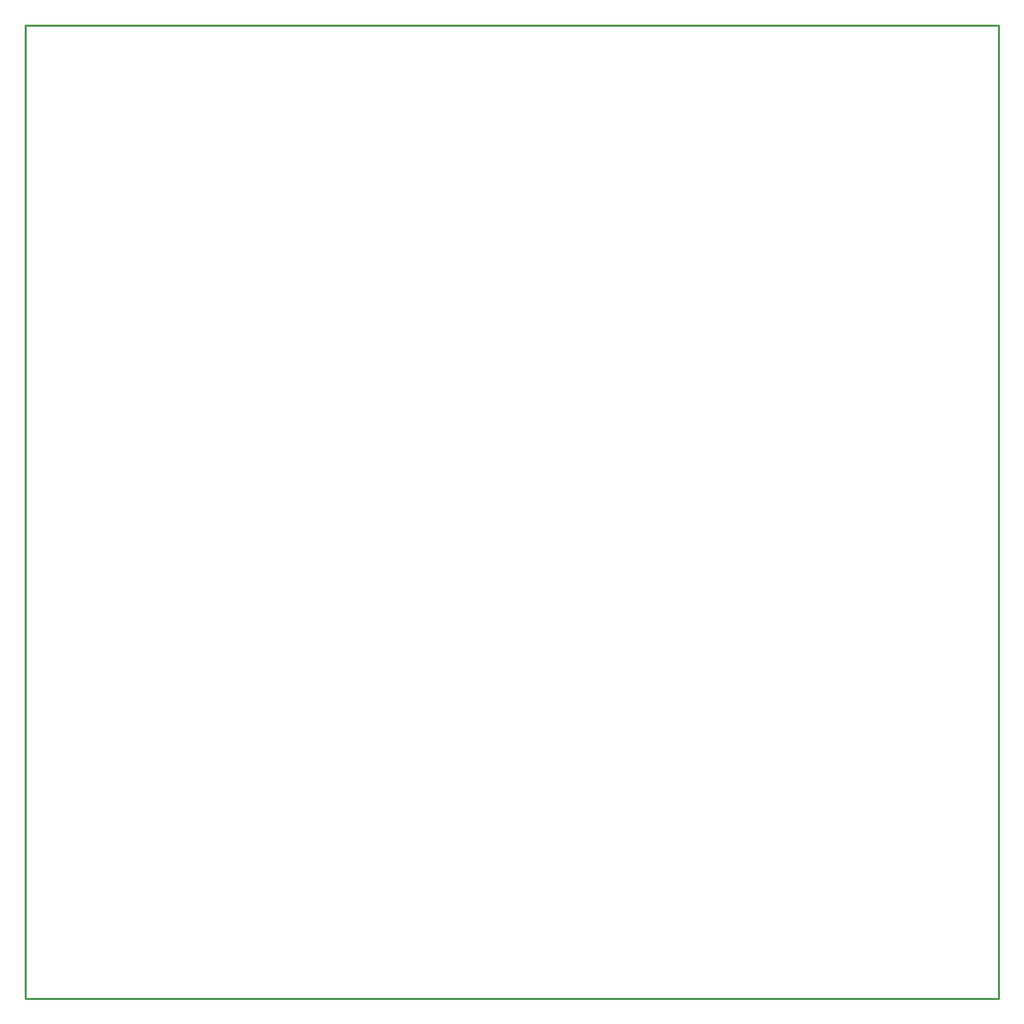
<source format=gbr>
G75*
G71*
%MOMM*%
%OFA0B0*%
%FSLAX53Y53*%
%IPPOS*%
%LPD*%
%ADD10C,0.25000*%
D10*
X0000000Y0000000D02*
X0000000Y0123440D01*
X0123440Y0123440D01*
X0123440Y0000000D01*
X0000000Y0000000D01*
M02*

</source>
